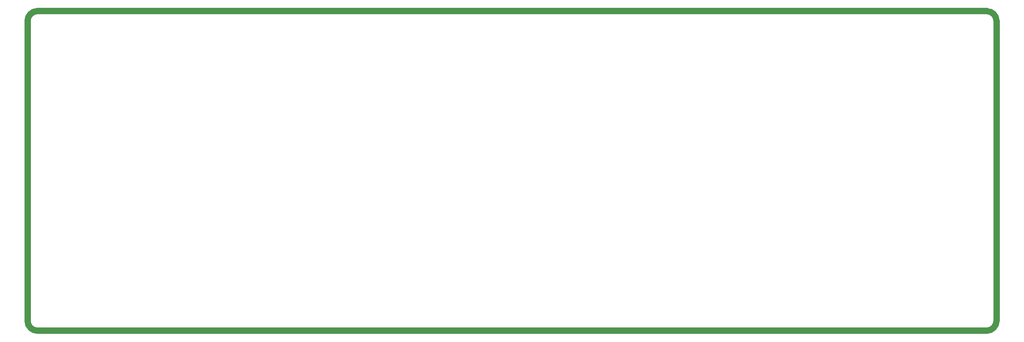
<source format=gbr>
%TF.GenerationSoftware,KiCad,Pcbnew,(6.0.6)*%
%TF.CreationDate,2023-05-08T18:03:42+05:30*%
%TF.ProjectId,Contra,436f6e74-7261-42e6-9b69-6361645f7063,rev?*%
%TF.SameCoordinates,Original*%
%TF.FileFunction,Legend,Top*%
%TF.FilePolarity,Positive*%
%FSLAX46Y46*%
G04 Gerber Fmt 4.6, Leading zero omitted, Abs format (unit mm)*
G04 Created by KiCad (PCBNEW (6.0.6)) date 2023-05-08 18:03:42*
%MOMM*%
%LPD*%
G01*
G04 APERTURE LIST*
%ADD10C,1.500000*%
G04 APERTURE END LIST*
D10*
X27426950Y-102408700D02*
G75*
G03*
X29808200Y-104789950I2381250J0D01*
G01*
X258408200Y-30971200D02*
X258408200Y-102408700D01*
X258408150Y-30971200D02*
G75*
G03*
X256026950Y-28589950I-2381250J0D01*
G01*
X29808200Y-28589950D02*
G75*
G03*
X27426950Y-30971200I0J-2381250D01*
G01*
X29808200Y-28589950D02*
X256026950Y-28589950D01*
X256026950Y-104790000D02*
G75*
G03*
X258408200Y-102408700I-50J2381300D01*
G01*
X256026950Y-104789950D02*
X29808200Y-104789950D01*
X27426950Y-102408700D02*
X27426950Y-30971200D01*
M02*

</source>
